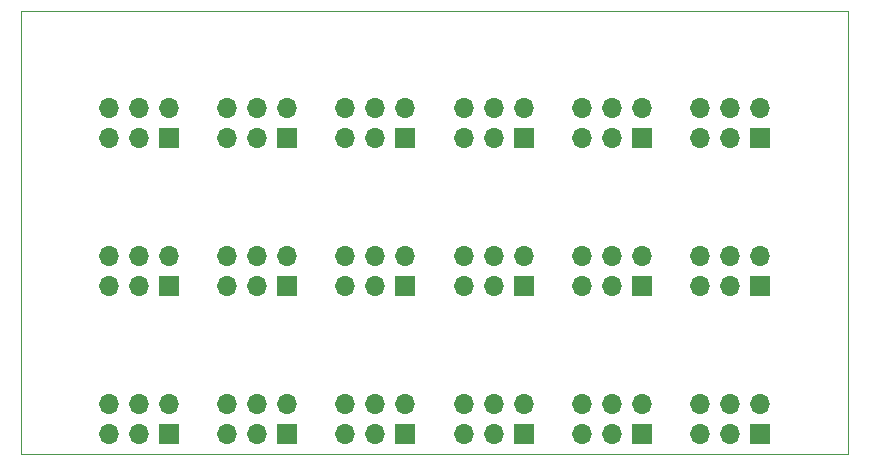
<source format=gbr>
G04 #@! TF.GenerationSoftware,KiCad,Pcbnew,5.1.10-88a1d61d58~90~ubuntu21.04.1*
G04 #@! TF.CreationDate,2021-10-15T10:06:39+02:00*
G04 #@! TF.ProjectId,IndicatorLeds,496e6469-6361-4746-9f72-4c6564732e6b,rev?*
G04 #@! TF.SameCoordinates,Original*
G04 #@! TF.FileFunction,Soldermask,Bot*
G04 #@! TF.FilePolarity,Negative*
%FSLAX46Y46*%
G04 Gerber Fmt 4.6, Leading zero omitted, Abs format (unit mm)*
G04 Created by KiCad (PCBNEW 5.1.10-88a1d61d58~90~ubuntu21.04.1) date 2021-10-15 10:06:39*
%MOMM*%
%LPD*%
G01*
G04 APERTURE LIST*
G04 #@! TA.AperFunction,Profile*
%ADD10C,0.100000*%
G04 #@! TD*
%ADD11R,1.700000X1.700000*%
%ADD12O,1.700000X1.700000*%
G04 APERTURE END LIST*
D10*
X45000000Y-49999000D02*
X110000000Y-49999000D01*
X45000000Y-87501000D02*
X45000000Y-49999000D01*
X115001000Y-87501000D02*
X45000000Y-87501000D01*
X115001000Y-49999000D02*
X115001000Y-87501000D01*
X110000000Y-49999000D02*
X115001000Y-49999000D01*
D11*
G04 #@! TO.C,J1*
X107529026Y-85761011D03*
D12*
X107529026Y-83221011D03*
X104989026Y-85761011D03*
X104989026Y-83221011D03*
X102449026Y-85761011D03*
X102449026Y-83221011D03*
G04 #@! TD*
D11*
G04 #@! TO.C,J1*
X97529021Y-85761011D03*
D12*
X97529021Y-83221011D03*
X94989021Y-85761011D03*
X94989021Y-83221011D03*
X92449021Y-85761011D03*
X92449021Y-83221011D03*
G04 #@! TD*
D11*
G04 #@! TO.C,J1*
X87529016Y-85761011D03*
D12*
X87529016Y-83221011D03*
X84989016Y-85761011D03*
X84989016Y-83221011D03*
X82449016Y-85761011D03*
X82449016Y-83221011D03*
G04 #@! TD*
D11*
G04 #@! TO.C,J1*
X77529011Y-85761011D03*
D12*
X77529011Y-83221011D03*
X74989011Y-85761011D03*
X74989011Y-83221011D03*
X72449011Y-85761011D03*
X72449011Y-83221011D03*
G04 #@! TD*
D11*
G04 #@! TO.C,J1*
X67529006Y-85761011D03*
D12*
X67529006Y-83221011D03*
X64989006Y-85761011D03*
X64989006Y-83221011D03*
X62449006Y-85761011D03*
X62449006Y-83221011D03*
G04 #@! TD*
D11*
G04 #@! TO.C,J1*
X57529001Y-85761011D03*
D12*
X57529001Y-83221011D03*
X54989001Y-85761011D03*
X54989001Y-83221011D03*
X52449001Y-85761011D03*
X52449001Y-83221011D03*
G04 #@! TD*
D11*
G04 #@! TO.C,J1*
X107529026Y-73261006D03*
D12*
X107529026Y-70721006D03*
X104989026Y-73261006D03*
X104989026Y-70721006D03*
X102449026Y-73261006D03*
X102449026Y-70721006D03*
G04 #@! TD*
D11*
G04 #@! TO.C,J1*
X97529021Y-73261006D03*
D12*
X97529021Y-70721006D03*
X94989021Y-73261006D03*
X94989021Y-70721006D03*
X92449021Y-73261006D03*
X92449021Y-70721006D03*
G04 #@! TD*
D11*
G04 #@! TO.C,J1*
X87529016Y-73261006D03*
D12*
X87529016Y-70721006D03*
X84989016Y-73261006D03*
X84989016Y-70721006D03*
X82449016Y-73261006D03*
X82449016Y-70721006D03*
G04 #@! TD*
D11*
G04 #@! TO.C,J1*
X77529011Y-73261006D03*
D12*
X77529011Y-70721006D03*
X74989011Y-73261006D03*
X74989011Y-70721006D03*
X72449011Y-73261006D03*
X72449011Y-70721006D03*
G04 #@! TD*
D11*
G04 #@! TO.C,J1*
X67529006Y-73261006D03*
D12*
X67529006Y-70721006D03*
X64989006Y-73261006D03*
X64989006Y-70721006D03*
X62449006Y-73261006D03*
X62449006Y-70721006D03*
G04 #@! TD*
D11*
G04 #@! TO.C,J1*
X57529001Y-73261006D03*
D12*
X57529001Y-70721006D03*
X54989001Y-73261006D03*
X54989001Y-70721006D03*
X52449001Y-73261006D03*
X52449001Y-70721006D03*
G04 #@! TD*
D11*
G04 #@! TO.C,J1*
X107529026Y-60761001D03*
D12*
X107529026Y-58221001D03*
X104989026Y-60761001D03*
X104989026Y-58221001D03*
X102449026Y-60761001D03*
X102449026Y-58221001D03*
G04 #@! TD*
D11*
G04 #@! TO.C,J1*
X97529021Y-60761001D03*
D12*
X97529021Y-58221001D03*
X94989021Y-60761001D03*
X94989021Y-58221001D03*
X92449021Y-60761001D03*
X92449021Y-58221001D03*
G04 #@! TD*
D11*
G04 #@! TO.C,J1*
X87529016Y-60761001D03*
D12*
X87529016Y-58221001D03*
X84989016Y-60761001D03*
X84989016Y-58221001D03*
X82449016Y-60761001D03*
X82449016Y-58221001D03*
G04 #@! TD*
D11*
G04 #@! TO.C,J1*
X77529011Y-60761001D03*
D12*
X77529011Y-58221001D03*
X74989011Y-60761001D03*
X74989011Y-58221001D03*
X72449011Y-60761001D03*
X72449011Y-58221001D03*
G04 #@! TD*
D11*
G04 #@! TO.C,J1*
X67529006Y-60761001D03*
D12*
X67529006Y-58221001D03*
X64989006Y-60761001D03*
X64989006Y-58221001D03*
X62449006Y-60761001D03*
X62449006Y-58221001D03*
G04 #@! TD*
D11*
G04 #@! TO.C,J1*
X57529001Y-60761001D03*
D12*
X57529001Y-58221001D03*
X54989001Y-60761001D03*
X54989001Y-58221001D03*
X52449001Y-60761001D03*
X52449001Y-58221001D03*
G04 #@! TD*
M02*

</source>
